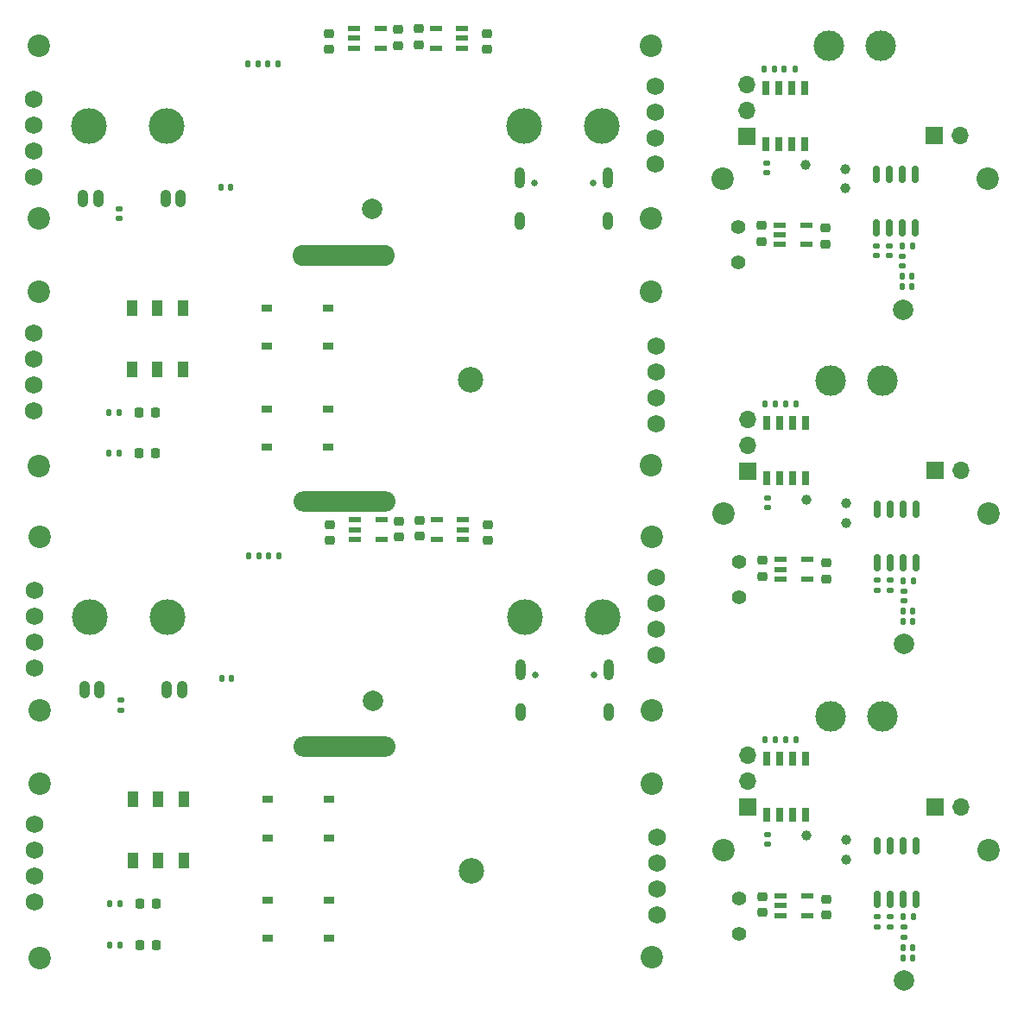
<source format=gbr>
%TF.GenerationSoftware,KiCad,Pcbnew,7.0.5*%
%TF.CreationDate,2024-04-05T19:39:44+09:00*%
%TF.ProjectId,ikafly_rev0a_p_cut,696b6166-6c79-45f7-9265-7630615f705f,rev?*%
%TF.SameCoordinates,Original*%
%TF.FileFunction,Soldermask,Bot*%
%TF.FilePolarity,Negative*%
%FSLAX46Y46*%
G04 Gerber Fmt 4.6, Leading zero omitted, Abs format (unit mm)*
G04 Created by KiCad (PCBNEW 7.0.5) date 2024-04-05 19:39:44*
%MOMM*%
%LPD*%
G01*
G04 APERTURE LIST*
G04 Aperture macros list*
%AMRoundRect*
0 Rectangle with rounded corners*
0 $1 Rounding radius*
0 $2 $3 $4 $5 $6 $7 $8 $9 X,Y pos of 4 corners*
0 Add a 4 corners polygon primitive as box body*
4,1,4,$2,$3,$4,$5,$6,$7,$8,$9,$2,$3,0*
0 Add four circle primitives for the rounded corners*
1,1,$1+$1,$2,$3*
1,1,$1+$1,$4,$5*
1,1,$1+$1,$6,$7*
1,1,$1+$1,$8,$9*
0 Add four rect primitives between the rounded corners*
20,1,$1+$1,$2,$3,$4,$5,0*
20,1,$1+$1,$4,$5,$6,$7,0*
20,1,$1+$1,$6,$7,$8,$9,0*
20,1,$1+$1,$8,$9,$2,$3,0*%
G04 Aperture macros list end*
%ADD10C,3.000000*%
%ADD11C,2.200000*%
%ADD12R,1.700000X1.700000*%
%ADD13O,1.700000X1.700000*%
%ADD14C,2.000000*%
%ADD15C,0.650000*%
%ADD16O,1.000000X2.100000*%
%ADD17O,1.000000X1.800000*%
%ADD18C,1.400000*%
%ADD19C,1.750000*%
%ADD20C,1.000000*%
%ADD21O,1.030000X1.730000*%
%ADD22O,10.000000X2.000000*%
%ADD23O,10.000000X2.100000*%
%ADD24RoundRect,0.218750X0.218750X0.256250X-0.218750X0.256250X-0.218750X-0.256250X0.218750X-0.256250X0*%
%ADD25RoundRect,0.140000X-0.140000X-0.170000X0.140000X-0.170000X0.140000X0.170000X-0.140000X0.170000X0*%
%ADD26RoundRect,0.135000X0.135000X0.185000X-0.135000X0.185000X-0.135000X-0.185000X0.135000X-0.185000X0*%
%ADD27RoundRect,0.225000X-0.250000X0.225000X-0.250000X-0.225000X0.250000X-0.225000X0.250000X0.225000X0*%
%ADD28RoundRect,0.135000X-0.135000X-0.185000X0.135000X-0.185000X0.135000X0.185000X-0.135000X0.185000X0*%
%ADD29RoundRect,0.140000X-0.170000X0.140000X-0.170000X-0.140000X0.170000X-0.140000X0.170000X0.140000X0*%
%ADD30R,1.000000X0.750000*%
%ADD31C,3.500000*%
%ADD32R,1.000000X1.500000*%
%ADD33C,2.500000*%
%ADD34RoundRect,0.147500X-0.147500X-0.172500X0.147500X-0.172500X0.147500X0.172500X-0.147500X0.172500X0*%
%ADD35RoundRect,0.225000X0.250000X-0.225000X0.250000X0.225000X-0.250000X0.225000X-0.250000X-0.225000X0*%
%ADD36R,1.200000X0.600000*%
%ADD37RoundRect,0.150000X0.150000X-0.675000X0.150000X0.675000X-0.150000X0.675000X-0.150000X-0.675000X0*%
%ADD38R,0.750000X1.400000*%
%ADD39RoundRect,0.140000X0.170000X-0.140000X0.170000X0.140000X-0.170000X0.140000X-0.170000X-0.140000X0*%
G04 APERTURE END LIST*
D10*
%TO.C,J8*%
X216480000Y-78940000D03*
X211400000Y-78940000D03*
%TD*%
D11*
%TO.C,H3*%
X193900000Y-94300000D03*
%TD*%
%TO.C,H9*%
X193900000Y-135500000D03*
%TD*%
%TO.C,H5*%
X200840000Y-59200000D03*
%TD*%
D12*
%TO.C,J9*%
X203200000Y-55000000D03*
D13*
X203200000Y-52460000D03*
X203200000Y-49920000D03*
%TD*%
D11*
%TO.C,H6*%
X226940000Y-125040000D03*
%TD*%
D14*
%TO.C,AE3*%
X218640000Y-104840000D03*
%TD*%
D11*
%TO.C,H2*%
X133900000Y-111300000D03*
%TD*%
D15*
%TO.C,J4*%
X182490000Y-107820000D03*
X188270000Y-107820000D03*
D16*
X181060000Y-107320000D03*
D17*
X181060000Y-111500000D03*
D16*
X189700000Y-107320000D03*
D17*
X189700000Y-111500000D03*
%TD*%
D18*
%TO.C,C29*%
X202350000Y-63900000D03*
X202350000Y-67400000D03*
%TD*%
D11*
%TO.C,H4*%
X193800000Y-63100000D03*
%TD*%
D19*
%TO.C,J3*%
X133250000Y-51350000D03*
X133250000Y-53890000D03*
X133250000Y-56430000D03*
X133250000Y-58970000D03*
X194250000Y-50080000D03*
X194250000Y-52620000D03*
X194250000Y-55160000D03*
X194250000Y-57700000D03*
%TD*%
D20*
%TO.C,Y3*%
X212940000Y-125940000D03*
X212940000Y-124040000D03*
%TD*%
D14*
%TO.C,AE3*%
X218540000Y-72000000D03*
%TD*%
D11*
%TO.C,H5*%
X200940000Y-92040000D03*
%TD*%
D21*
%TO.C,J2*%
X147717500Y-61100000D03*
X146217500Y-61100000D03*
%TD*%
D10*
%TO.C,J8*%
X216380000Y-46100000D03*
X211300000Y-46100000D03*
%TD*%
D12*
%TO.C,J9*%
X203300000Y-87840000D03*
D13*
X203300000Y-85300000D03*
X203300000Y-82760000D03*
%TD*%
D21*
%TO.C,J2*%
X147817500Y-109300000D03*
X146317500Y-109300000D03*
%TD*%
D20*
%TO.C,Y3*%
X212840000Y-60100000D03*
X212840000Y-58200000D03*
%TD*%
D11*
%TO.C,H8*%
X133800000Y-87400000D03*
%TD*%
D21*
%TO.C,J1*%
X139647500Y-61100000D03*
X138147500Y-61100000D03*
%TD*%
D11*
%TO.C,H2*%
X133800000Y-63100000D03*
%TD*%
D21*
%TO.C,J1*%
X139747500Y-109300000D03*
X138247500Y-109300000D03*
%TD*%
D11*
%TO.C,H10*%
X193900000Y-118500000D03*
%TD*%
D22*
%TO.C,*%
X163800000Y-90800000D03*
%TD*%
%TO.C,*%
X163800000Y-114900000D03*
%TD*%
D14*
%TO.C,AE2*%
X166450000Y-62170000D03*
%TD*%
D11*
%TO.C,H1*%
X133900000Y-94300000D03*
%TD*%
%TO.C,H9*%
X193800000Y-87300000D03*
%TD*%
D20*
%TO.C,Y3*%
X212940000Y-92940000D03*
X212940000Y-91040000D03*
%TD*%
D14*
%TO.C,AE2*%
X166550000Y-110370000D03*
%TD*%
D11*
%TO.C,H6*%
X226940000Y-92040000D03*
%TD*%
%TO.C,H5*%
X200940000Y-125040000D03*
%TD*%
D10*
%TO.C,J8*%
X216480000Y-111940000D03*
X211400000Y-111940000D03*
%TD*%
D14*
%TO.C,AE3*%
X218640000Y-137840000D03*
%TD*%
D12*
%TO.C,J7*%
X221665000Y-87815000D03*
D13*
X224205000Y-87815000D03*
%TD*%
D19*
%TO.C,J3*%
X133350000Y-99550000D03*
X133350000Y-102090000D03*
X133350000Y-104630000D03*
X133350000Y-107170000D03*
X194350000Y-98280000D03*
X194350000Y-100820000D03*
X194350000Y-103360000D03*
X194350000Y-105900000D03*
%TD*%
D11*
%TO.C,H10*%
X193800000Y-70300000D03*
%TD*%
D12*
%TO.C,J9*%
X203300000Y-120840000D03*
D13*
X203300000Y-118300000D03*
X203300000Y-115760000D03*
%TD*%
D11*
%TO.C,H7*%
X133800000Y-70300000D03*
%TD*%
%TO.C,H6*%
X226840000Y-59200000D03*
%TD*%
%TO.C,H3*%
X193800000Y-46100000D03*
%TD*%
D23*
%TO.C,*%
X163700000Y-66700000D03*
%TD*%
D12*
%TO.C,J7*%
X221665000Y-120815000D03*
D13*
X224205000Y-120815000D03*
%TD*%
D11*
%TO.C,H1*%
X133800000Y-46100000D03*
%TD*%
%TO.C,H4*%
X193900000Y-111300000D03*
%TD*%
%TO.C,H7*%
X133900000Y-118500000D03*
%TD*%
D15*
%TO.C,J4*%
X182390000Y-59620000D03*
X188170000Y-59620000D03*
D16*
X180960000Y-59120000D03*
D17*
X180960000Y-63300000D03*
D16*
X189600000Y-59120000D03*
D17*
X189600000Y-63300000D03*
%TD*%
D11*
%TO.C,H8*%
X133900000Y-135600000D03*
%TD*%
D18*
%TO.C,C29*%
X202450000Y-96740000D03*
X202450000Y-100240000D03*
%TD*%
%TO.C,C29*%
X202450000Y-129740000D03*
X202450000Y-133240000D03*
%TD*%
D12*
%TO.C,J7*%
X221565000Y-54975000D03*
D13*
X224105000Y-54975000D03*
%TD*%
D24*
%TO.C,D1*%
X145287500Y-130330000D03*
X143712500Y-130330000D03*
%TD*%
D20*
%TO.C,TP1*%
X209040000Y-123640000D03*
%TD*%
D25*
%TO.C,C55*%
X151720000Y-108200000D03*
X152680000Y-108200000D03*
%TD*%
D19*
%TO.C,J5*%
X194400000Y-123770000D03*
X194400000Y-126310000D03*
X194400000Y-128850000D03*
X194400000Y-131390000D03*
X133400000Y-122500000D03*
X133400000Y-125040000D03*
X133400000Y-127580000D03*
X133400000Y-130120000D03*
%TD*%
D26*
%TO.C,R25*%
X207921400Y-48400000D03*
X206901400Y-48400000D03*
%TD*%
D25*
%TO.C,C30*%
X218440600Y-68757500D03*
X219400600Y-68757500D03*
%TD*%
D27*
%TO.C,C34*%
X204740000Y-129615000D03*
X204740000Y-131165000D03*
%TD*%
D28*
%TO.C,R15*%
X140740000Y-134330000D03*
X141760000Y-134330000D03*
%TD*%
D29*
%TO.C,C54*%
X141800000Y-110340000D03*
X141800000Y-111300000D03*
%TD*%
D30*
%TO.C,S1*%
X162250000Y-120080000D03*
X156250000Y-120080000D03*
X162250000Y-123830000D03*
X156250000Y-123830000D03*
%TD*%
D28*
%TO.C,R7*%
X156350000Y-96140000D03*
X157370000Y-96140000D03*
%TD*%
D31*
%TO.C,BT1*%
X138700000Y-54000000D03*
X146350000Y-54000000D03*
X181350000Y-54000000D03*
X189000000Y-54000000D03*
%TD*%
D29*
%TO.C,C28*%
X205240000Y-123480000D03*
X205240000Y-124440000D03*
%TD*%
D20*
%TO.C,TP1*%
X208940000Y-57800000D03*
%TD*%
D24*
%TO.C,D1*%
X145187500Y-82130000D03*
X143612500Y-82130000D03*
%TD*%
D27*
%TO.C,C17*%
X177700000Y-44925000D03*
X177700000Y-46475000D03*
%TD*%
D32*
%TO.C,S3*%
X147900000Y-77880000D03*
X145400000Y-77880000D03*
X142900000Y-77880000D03*
X142900000Y-71880000D03*
X145400000Y-71880000D03*
X147900000Y-71880000D03*
%TD*%
D30*
%TO.C,S2*%
X162250000Y-129955000D03*
X156250000Y-129955000D03*
X162250000Y-133705000D03*
X156250000Y-133705000D03*
%TD*%
D28*
%TO.C,R15*%
X140640000Y-86130000D03*
X141660000Y-86130000D03*
%TD*%
D26*
%TO.C,R26*%
X206050000Y-81240000D03*
X205030000Y-81240000D03*
%TD*%
D27*
%TO.C,C34*%
X204640000Y-63775000D03*
X204640000Y-65325000D03*
%TD*%
D33*
%TO.C,AE1*%
X176250000Y-127080000D03*
%TD*%
D29*
%TO.C,C32*%
X217296000Y-131580000D03*
X217296000Y-132540000D03*
%TD*%
%TO.C,C33*%
X216026000Y-98580000D03*
X216026000Y-99540000D03*
%TD*%
D34*
%TO.C,L4*%
X218535800Y-135613500D03*
X219505800Y-135613500D03*
%TD*%
D28*
%TO.C,R14*%
X140640000Y-82130000D03*
X141660000Y-82130000D03*
%TD*%
D31*
%TO.C,BT1*%
X138800000Y-102200000D03*
X146450000Y-102200000D03*
X181450000Y-102200000D03*
X189100000Y-102200000D03*
%TD*%
D27*
%TO.C,C18*%
X171010000Y-44460000D03*
X171010000Y-46010000D03*
%TD*%
D30*
%TO.C,S2*%
X162150000Y-81755000D03*
X156150000Y-81755000D03*
X162150000Y-85505000D03*
X156150000Y-85505000D03*
%TD*%
D28*
%TO.C,R7*%
X156250000Y-47940000D03*
X157270000Y-47940000D03*
%TD*%
D35*
%TO.C,C19*%
X169100000Y-94300000D03*
X169100000Y-92750000D03*
%TD*%
D26*
%TO.C,R26*%
X205950000Y-48400000D03*
X204930000Y-48400000D03*
%TD*%
D30*
%TO.C,S1*%
X162150000Y-71880000D03*
X156150000Y-71880000D03*
X162150000Y-75630000D03*
X156150000Y-75630000D03*
%TD*%
D25*
%TO.C,C55*%
X151620000Y-60000000D03*
X152580000Y-60000000D03*
%TD*%
D29*
%TO.C,C33*%
X215926000Y-65740000D03*
X215926000Y-66700000D03*
%TD*%
D36*
%TO.C,IC14*%
X206440000Y-65600000D03*
X206440000Y-64650000D03*
X206440000Y-63700000D03*
X209040000Y-63700000D03*
X209040000Y-65600000D03*
%TD*%
D37*
%TO.C,IC13*%
X219840000Y-96842500D03*
X218570000Y-96842500D03*
X217300000Y-96842500D03*
X216030000Y-96842500D03*
X216030000Y-91592500D03*
X217300000Y-91592500D03*
X218570000Y-91592500D03*
X219840000Y-91592500D03*
%TD*%
D28*
%TO.C,R14*%
X140740000Y-130330000D03*
X141760000Y-130330000D03*
%TD*%
D29*
%TO.C,C54*%
X141700000Y-62140000D03*
X141700000Y-63100000D03*
%TD*%
D27*
%TO.C,C17*%
X177800000Y-93125000D03*
X177800000Y-94675000D03*
%TD*%
D26*
%TO.C,R26*%
X206050000Y-114240000D03*
X205030000Y-114240000D03*
%TD*%
D34*
%TO.C,L4*%
X218535800Y-102613500D03*
X219505800Y-102613500D03*
%TD*%
D29*
%TO.C,C28*%
X205240000Y-90480000D03*
X205240000Y-91440000D03*
%TD*%
D36*
%TO.C,IC14*%
X206540000Y-98440000D03*
X206540000Y-97490000D03*
X206540000Y-96540000D03*
X209140000Y-96540000D03*
X209140000Y-98440000D03*
%TD*%
D27*
%TO.C,C16*%
X162300000Y-93125000D03*
X162300000Y-94675000D03*
%TD*%
%TO.C,C16*%
X162200000Y-44925000D03*
X162200000Y-46475000D03*
%TD*%
D36*
%TO.C,IC7*%
X164700000Y-46350000D03*
X164700000Y-45400000D03*
X164700000Y-44450000D03*
X167300000Y-44450000D03*
X167300000Y-46350000D03*
%TD*%
D35*
%TO.C,C36*%
X210940000Y-65575000D03*
X210940000Y-64025000D03*
%TD*%
D29*
%TO.C,C33*%
X216026000Y-131580000D03*
X216026000Y-132540000D03*
%TD*%
D36*
%TO.C,IC6*%
X175400000Y-92650000D03*
X175400000Y-93600000D03*
X175400000Y-94550000D03*
X172800000Y-94550000D03*
X172800000Y-92650000D03*
%TD*%
D29*
%TO.C,C28*%
X205140000Y-57640000D03*
X205140000Y-58600000D03*
%TD*%
D20*
%TO.C,TP1*%
X209040000Y-90640000D03*
%TD*%
D34*
%TO.C,L4*%
X218435800Y-69773500D03*
X219405800Y-69773500D03*
%TD*%
D29*
%TO.C,C32*%
X217296000Y-98580000D03*
X217296000Y-99540000D03*
%TD*%
D38*
%TO.C,IC12*%
X208999166Y-88590000D03*
X207729166Y-88590000D03*
X206459166Y-88590000D03*
X205189166Y-88590000D03*
X205189166Y-83090000D03*
X206459166Y-83090000D03*
X207729166Y-83090000D03*
X208999166Y-83090000D03*
%TD*%
D39*
%TO.C,C31*%
X218591400Y-133576300D03*
X218591400Y-132616300D03*
%TD*%
D35*
%TO.C,C19*%
X169000000Y-46100000D03*
X169000000Y-44550000D03*
%TD*%
D28*
%TO.C,R6*%
X154240000Y-47940000D03*
X155260000Y-47940000D03*
%TD*%
D24*
%TO.C,D2*%
X145287500Y-134330000D03*
X143712500Y-134330000D03*
%TD*%
D26*
%TO.C,R25*%
X208021400Y-81240000D03*
X207001400Y-81240000D03*
%TD*%
D25*
%TO.C,C30*%
X218540600Y-101597500D03*
X219500600Y-101597500D03*
%TD*%
D37*
%TO.C,IC13*%
X219840000Y-129842500D03*
X218570000Y-129842500D03*
X217300000Y-129842500D03*
X216030000Y-129842500D03*
X216030000Y-124592500D03*
X217300000Y-124592500D03*
X218570000Y-124592500D03*
X219840000Y-124592500D03*
%TD*%
D39*
%TO.C,C31*%
X218491400Y-67736300D03*
X218491400Y-66776300D03*
%TD*%
D38*
%TO.C,IC12*%
X208999166Y-121590000D03*
X207729166Y-121590000D03*
X206459166Y-121590000D03*
X205189166Y-121590000D03*
X205189166Y-116090000D03*
X206459166Y-116090000D03*
X207729166Y-116090000D03*
X208999166Y-116090000D03*
%TD*%
D25*
%TO.C,C30*%
X218540600Y-134597500D03*
X219500600Y-134597500D03*
%TD*%
D19*
%TO.C,J5*%
X194300000Y-75570000D03*
X194300000Y-78110000D03*
X194300000Y-80650000D03*
X194300000Y-83190000D03*
X133300000Y-74300000D03*
X133300000Y-76840000D03*
X133300000Y-79380000D03*
X133300000Y-81920000D03*
%TD*%
D26*
%TO.C,R25*%
X208021400Y-114240000D03*
X207001400Y-114240000D03*
%TD*%
D34*
%TO.C,L5*%
X218463600Y-65760300D03*
X219433600Y-65760300D03*
%TD*%
D39*
%TO.C,C31*%
X218591400Y-100576300D03*
X218591400Y-99616300D03*
%TD*%
D36*
%TO.C,IC14*%
X206540000Y-131440000D03*
X206540000Y-130490000D03*
X206540000Y-129540000D03*
X209140000Y-129540000D03*
X209140000Y-131440000D03*
%TD*%
D34*
%TO.C,L5*%
X218563600Y-131600300D03*
X219533600Y-131600300D03*
%TD*%
D36*
%TO.C,IC7*%
X164800000Y-94550000D03*
X164800000Y-93600000D03*
X164800000Y-92650000D03*
X167400000Y-92650000D03*
X167400000Y-94550000D03*
%TD*%
D37*
%TO.C,IC13*%
X219740000Y-64002500D03*
X218470000Y-64002500D03*
X217200000Y-64002500D03*
X215930000Y-64002500D03*
X215930000Y-58752500D03*
X217200000Y-58752500D03*
X218470000Y-58752500D03*
X219740000Y-58752500D03*
%TD*%
D29*
%TO.C,C32*%
X217196000Y-65740000D03*
X217196000Y-66700000D03*
%TD*%
D28*
%TO.C,R6*%
X154340000Y-96140000D03*
X155360000Y-96140000D03*
%TD*%
D36*
%TO.C,IC6*%
X175300000Y-44450000D03*
X175300000Y-45400000D03*
X175300000Y-46350000D03*
X172700000Y-46350000D03*
X172700000Y-44450000D03*
%TD*%
D38*
%TO.C,IC12*%
X208899166Y-55750000D03*
X207629166Y-55750000D03*
X206359166Y-55750000D03*
X205089166Y-55750000D03*
X205089166Y-50250000D03*
X206359166Y-50250000D03*
X207629166Y-50250000D03*
X208899166Y-50250000D03*
%TD*%
D35*
%TO.C,C36*%
X211040000Y-131415000D03*
X211040000Y-129865000D03*
%TD*%
D24*
%TO.C,D2*%
X145187500Y-86130000D03*
X143612500Y-86130000D03*
%TD*%
D27*
%TO.C,C34*%
X204740000Y-96615000D03*
X204740000Y-98165000D03*
%TD*%
D34*
%TO.C,L5*%
X218563600Y-98600300D03*
X219533600Y-98600300D03*
%TD*%
D32*
%TO.C,S3*%
X148000000Y-126080000D03*
X145500000Y-126080000D03*
X143000000Y-126080000D03*
X143000000Y-120080000D03*
X145500000Y-120080000D03*
X148000000Y-120080000D03*
%TD*%
D33*
%TO.C,AE1*%
X176150000Y-78880000D03*
%TD*%
D35*
%TO.C,C36*%
X211040000Y-98415000D03*
X211040000Y-96865000D03*
%TD*%
D27*
%TO.C,C18*%
X171110000Y-92660000D03*
X171110000Y-94210000D03*
%TD*%
M02*

</source>
